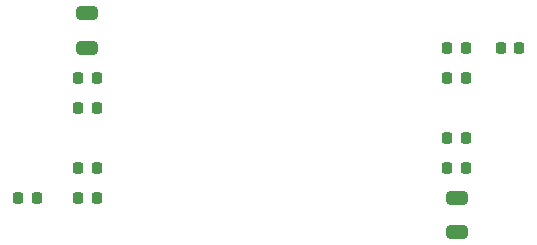
<source format=gbr>
%TF.GenerationSoftware,KiCad,Pcbnew,7.0.6*%
%TF.CreationDate,2023-12-17T00:49:34+09:00*%
%TF.ProjectId,MotorDriver_TB6612FNG_20230704,4d6f746f-7244-4726-9976-65725f544236,rev?*%
%TF.SameCoordinates,Original*%
%TF.FileFunction,Paste,Bot*%
%TF.FilePolarity,Positive*%
%FSLAX46Y46*%
G04 Gerber Fmt 4.6, Leading zero omitted, Abs format (unit mm)*
G04 Created by KiCad (PCBNEW 7.0.6) date 2023-12-17 00:49:34*
%MOMM*%
%LPD*%
G01*
G04 APERTURE LIST*
G04 Aperture macros list*
%AMRoundRect*
0 Rectangle with rounded corners*
0 $1 Rounding radius*
0 $2 $3 $4 $5 $6 $7 $8 $9 X,Y pos of 4 corners*
0 Add a 4 corners polygon primitive as box body*
4,1,4,$2,$3,$4,$5,$6,$7,$8,$9,$2,$3,0*
0 Add four circle primitives for the rounded corners*
1,1,$1+$1,$2,$3*
1,1,$1+$1,$4,$5*
1,1,$1+$1,$6,$7*
1,1,$1+$1,$8,$9*
0 Add four rect primitives between the rounded corners*
20,1,$1+$1,$2,$3,$4,$5,0*
20,1,$1+$1,$4,$5,$6,$7,0*
20,1,$1+$1,$6,$7,$8,$9,0*
20,1,$1+$1,$8,$9,$2,$3,0*%
G04 Aperture macros list end*
%ADD10RoundRect,0.218750X0.218750X0.256250X-0.218750X0.256250X-0.218750X-0.256250X0.218750X-0.256250X0*%
%ADD11RoundRect,0.218750X-0.218750X-0.256250X0.218750X-0.256250X0.218750X0.256250X-0.218750X0.256250X0*%
%ADD12RoundRect,0.250000X0.650000X-0.325000X0.650000X0.325000X-0.650000X0.325000X-0.650000X-0.325000X0*%
%ADD13RoundRect,0.250000X-0.650000X0.325000X-0.650000X-0.325000X0.650000X-0.325000X0.650000X0.325000X0*%
G04 APERTURE END LIST*
D10*
%TO.C,D10*%
X89850500Y-97530000D03*
X88275500Y-97530000D03*
%TD*%
%TO.C,D9*%
X89850500Y-94990000D03*
X88275500Y-94990000D03*
%TD*%
D11*
%TO.C,D4*%
X119562500Y-102610000D03*
X121137500Y-102610000D03*
%TD*%
D12*
%TO.C,C2*%
X89063000Y-92450000D03*
X89063000Y-89500000D03*
%TD*%
D11*
%TO.C,D2*%
X119562500Y-94990000D03*
X121137500Y-94990000D03*
%TD*%
D10*
%TO.C,D8*%
X89850500Y-105150000D03*
X88275500Y-105150000D03*
%TD*%
D11*
%TO.C,D5*%
X119562500Y-100070000D03*
X121137500Y-100070000D03*
%TD*%
%TO.C,D3*%
X119562500Y-92450000D03*
X121137500Y-92450000D03*
%TD*%
D13*
%TO.C,C1*%
X120390000Y-105150000D03*
X120390000Y-108100000D03*
%TD*%
D11*
%TO.C,D6*%
X83195500Y-105150000D03*
X84770500Y-105150000D03*
%TD*%
D10*
%TO.C,D1*%
X125637500Y-92450000D03*
X124062500Y-92450000D03*
%TD*%
%TO.C,D7*%
X89850500Y-102610000D03*
X88275500Y-102610000D03*
%TD*%
M02*

</source>
